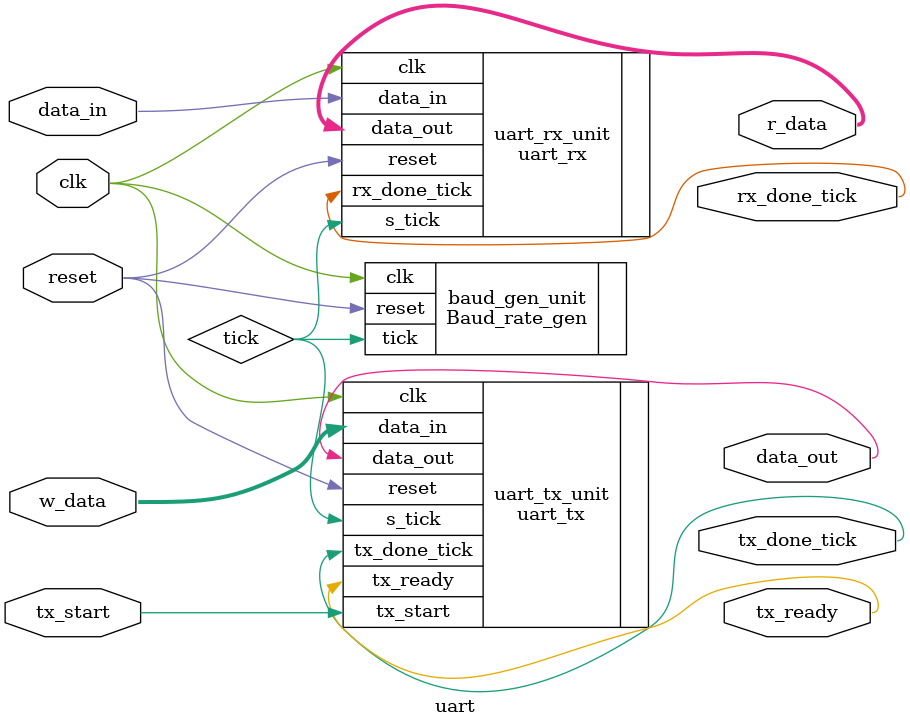
<source format=v>
`timescale 1ns / 1ps

module uart
  #(
    parameter DBIT = 8,			// Number of data bits to receive
				  SB_TICK = 16,	// Number of ticks for the stop bit. 16/24/32 for 1/1,5/2 bits
              DVSR = 326		// Baud rate divisor. DVSR = 50M/(16*baud rate)
  )
  ( 
    input wire clk,
    input wire reset,
    input wire data_in,
    input wire tx_start,
    input wire [7:0] w_data,
    output wire data_out,
    output wire rx_done_tick,
    output wire tx_done_tick,
    output wire tx_ready,
    output wire [7:0] r_data

  );


  //body
  Baud_rate_gen baud_gen_unit (
    .clk(clk), 
    .reset(reset), 
    .tick(tick)
  );


  uart_rx uart_rx_unit (
    .clk(clk), 
    .reset(reset), 
    .data_in(data_in), 
    .s_tick(tick), 
    .rx_done_tick(rx_done_tick), 
    .data_out(r_data)
  );


  uart_tx uart_tx_unit (
    .clk(clk), 
    .reset(reset), 
    .data_in(w_data), 
    .s_tick(tick), 
    .tx_start(tx_start), 
    .tx_done_tick(tx_done_tick), 
    .data_out(data_out),
    .tx_ready(tx_ready)

  );



endmodule
</source>
